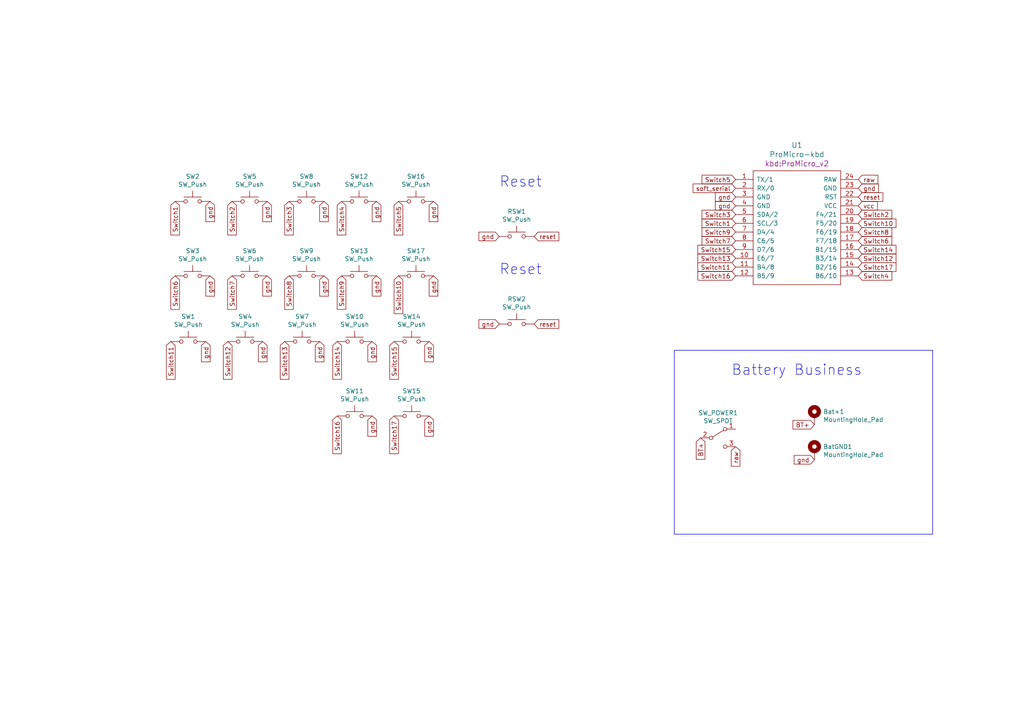
<source format=kicad_sch>
(kicad_sch (version 20230121) (generator eeschema)
  (paper "A4")
  (lib_symbols
    (symbol "Mechanical:MountingHole_Pad" (pin_numbers hide) (pin_names (offset 1.016) hide)
      (property "Reference" "H" (at 0 6.35 0))
      (property "Value" "MountingHole_Pad" (at 0 4.445 0))
      (symbol "MountingHole_Pad_0_1"
        (circle (center 0 1.27) (radius 1.27) (stroke (width 1.27)))
      )
      (symbol "MountingHole_Pad_1_1"
        (pin input line (at 0 -2.54 90) (length 2.54) (name "1") (number "1"))
      )
    )
    (symbol "Switch:SW_Push" (pin_numbers hide) (pin_names (offset 1.016) hide)
      (property "Reference" "SW" (at 1.27 2.54 0))
      (property "Value" "SW_Push" (at 0 -1.524 0))
      (symbol "SW_Push_0_1"
        (circle (center -2.032 0) (radius 0.508))
        (polyline (pts (xy 0 1.27) (xy 0 3.048)))
        (polyline (pts (xy 2.54 1.27) (xy -2.54 1.27)))
        (circle (center 2.032 0) (radius 0.508))
        (pin passive line (at -5.08 0 0) (length 2.54) (name "1") (number "1"))
        (pin passive line (at 5.08 0 180) (length 2.54) (name "2") (number "2"))
      )
    )
    (symbol "Switch:SW_SPDT" (pin_names (offset 0) hide)
      (property "Reference" "SW" (at 0 4.318 0))
      (property "Value" "SW_SPDT" (at 0 -5.08 0))
      (symbol "SW_SPDT_0_0"
        (circle (center -2.032 0) (radius 0.508))
        (circle (center 2.032 -2.54) (radius 0.508))
      )
      (symbol "SW_SPDT_0_1"
        (polyline (pts (xy -1.524 0.254) (xy 1.651 2.286)))
        (circle (center 2.032 2.54) (radius 0.508))
      )
      (symbol "SW_SPDT_1_1"
        (pin passive line (at 5.08 2.54 180) (length 2.54) (name "A") (number "1"))
        (pin passive line (at -5.08 0 0) (length 2.54) (name "B") (number "2"))
        (pin passive line (at 5.08 -2.54 180) (length 2.54) (name "C") (number "3"))
      )
    )
    (symbol "half-swept-rescue:ProMicro-kbd-bigblackpill-34key-rescue-sweepv2-rescue" (pin_names (offset 1.016))
      (property "Reference" "U1" (at 0 29.0322 0))
      (property "Value" "ProMicro-kbd" (at 0 26.3398 0))
      (property "Footprint" "kbd:ProMicro_v2" (at 0 23.6474 0))
      (symbol "ProMicro-kbd-bigblackpill-34key-rescue-sweepv2-rescue_0_1"
        (rectangle (start -12.7 21.59) (end 12.7 -11.43))
      )
      (symbol "ProMicro-kbd-bigblackpill-34key-rescue-sweepv2-rescue_1_1"
        (pin bidirectional line (at -17.78 19.05 0) (length 5.08) (name "TX/1") (number "1"))
        (pin bidirectional line (at -17.78 -3.81 0) (length 5.08) (name "E6/7") (number "10"))
        (pin bidirectional line (at -17.78 -6.35 0) (length 5.08) (name "B4/8") (number "11"))
        (pin bidirectional line (at -17.78 -8.89 0) (length 5.08) (name "B5/9") (number "12"))
        (pin bidirectional line (at 17.78 -8.89 180) (length 5.08) (name "B6/10") (number "13"))
        (pin bidirectional line (at 17.78 -6.35 180) (length 5.08) (name "B2/16") (number "14"))
        (pin bidirectional line (at 17.78 -3.81 180) (length 5.08) (name "B3/14") (number "15"))
        (pin bidirectional line (at 17.78 -1.27 180) (length 5.08) (name "B1/15") (number "16"))
        (pin bidirectional line (at 17.78 1.27 180) (length 5.08) (name "F7/18") (number "17"))
        (pin bidirectional line (at 17.78 3.81 180) (length 5.08) (name "F6/19") (number "18"))
        (pin bidirectional line (at 17.78 6.35 180) (length 5.08) (name "F5/20") (number "19"))
        (pin bidirectional line (at -17.78 16.51 0) (length 5.08) (name "RX/0") (number "2"))
        (pin bidirectional line (at 17.78 8.89 180) (length 5.08) (name "F4/21") (number "20"))
        (pin power_in line (at 17.78 11.43 180) (length 5.08) (name "VCC") (number "21"))
        (pin input line (at 17.78 13.97 180) (length 5.08) (name "RST") (number "22"))
        (pin power_in line (at 17.78 16.51 180) (length 5.08) (name "GND") (number "23"))
        (pin power_out line (at 17.78 19.05 180) (length 5.08) (name "RAW") (number "24"))
        (pin power_in line (at -17.78 13.97 0) (length 5.08) (name "GND") (number "3"))
        (pin power_in line (at -17.78 11.43 0) (length 5.08) (name "GND") (number "4"))
        (pin bidirectional line (at -17.78 8.89 0) (length 5.08) (name "SDA/2") (number "5"))
        (pin bidirectional line (at -17.78 6.35 0) (length 5.08) (name "SCL/3") (number "6"))
        (pin bidirectional line (at -17.78 3.81 0) (length 5.08) (name "D4/4") (number "7"))
        (pin bidirectional line (at -17.78 1.27 0) (length 5.08) (name "C6/5") (number "8"))
        (pin bidirectional line (at -17.78 -1.27 0) (length 5.08) (name "D7/6") (number "9"))
      )
    )
  )
  (polyline (pts (xy 270.51 101.6) (xy 270.51 154.94)))
  (polyline (pts (xy 270.51 154.94) (xy 195.58 154.94)))
  (polyline (pts (xy 195.58 154.94) (xy 195.58 101.6)))
  (polyline (pts (xy 195.58 101.6) (xy 270.51 101.6)))
  (text "Reset" (at 144.78 54.61 0) (effects (font (size 2.9972 2.9972)) (justify left bottom)))
  (text "Reset" (at 144.78 80.01 0) (effects (font (size 2.9972 2.9972)) (justify left bottom)))
  (text "Battery Business" (at 212.09 109.22 0) (effects (font (size 2.9972 2.9972)) (justify left bottom)))
  (global_label "reset" (shape input) (at 248.92 57.15 0) (property "Intersheetrefs" "${INTERSHEET_REFS}" (effects hide)))
  (global_label "Switch13" (shape input) (at 213.36 74.93 180) (property "Intersheetrefs" "${INTERSHEET_REFS}" (effects hide)))
  (global_label "gnd" (shape input) (at 92.71 99.06 270) (property "Intersheetrefs" "${INTERSHEET_REFS}" (effects hide)))
  (global_label "gnd" (shape input) (at 60.96 58.42 270) (property "Intersheetrefs" "${INTERSHEET_REFS}" (effects hide)))
  (global_label "gnd" (shape input) (at 109.22 80.01 270) (property "Intersheetrefs" "${INTERSHEET_REFS}" (effects hide)))
  (global_label "Switch9" (shape input) (at 99.06 80.01 270) (property "Intersheetrefs" "${INTERSHEET_REFS}" (effects hide)))
  (global_label "Switch17" (shape input) (at 248.92 77.47 0) (property "Intersheetrefs" "${INTERSHEET_REFS}" (effects hide)))
  (global_label "Switch15" (shape input) (at 213.36 72.39 180) (property "Intersheetrefs" "${INTERSHEET_REFS}" (effects hide)))
  (global_label "gnd" (shape input) (at 107.95 99.06 270) (property "Intersheetrefs" "${INTERSHEET_REFS}" (effects hide)))
  (global_label "Switch7" (shape input) (at 213.36 69.85 180) (property "Intersheetrefs" "${INTERSHEET_REFS}" (effects hide)))
  (global_label "Switch14" (shape input) (at 97.79 99.06 270) (property "Intersheetrefs" "${INTERSHEET_REFS}" (effects hide)))
  (global_label "Switch5" (shape input) (at 213.36 52.07 180) (property "Intersheetrefs" "${INTERSHEET_REFS}" (effects hide)))
  (global_label "gnd" (shape input) (at 213.36 59.69 180) (property "Intersheetrefs" "${INTERSHEET_REFS}" (effects hide)))
  (global_label "gnd" (shape input) (at 144.78 68.58 180) (property "Intersheetrefs" "${INTERSHEET_REFS}" (effects hide)))
  (global_label "Switch16" (shape input) (at 213.36 80.01 180) (property "Intersheetrefs" "${INTERSHEET_REFS}" (effects hide)))
  (global_label "Switch2" (shape input) (at 67.31 58.42 270) (property "Intersheetrefs" "${INTERSHEET_REFS}" (effects hide)))
  (global_label "Switch12" (shape input) (at 248.92 74.93 0) (property "Intersheetrefs" "${INTERSHEET_REFS}" (effects hide)))
  (global_label "Switch10" (shape input) (at 115.57 80.01 270) (property "Intersheetrefs" "${INTERSHEET_REFS}" (effects hide)))
  (global_label "gnd" (shape input) (at 124.46 99.06 270) (property "Intersheetrefs" "${INTERSHEET_REFS}" (effects hide)))
  (global_label "Switch10" (shape input) (at 248.92 64.77 0) (property "Intersheetrefs" "${INTERSHEET_REFS}" (effects hide)))
  (global_label "Switch1" (shape input) (at 50.8 58.42 270) (property "Intersheetrefs" "${INTERSHEET_REFS}" (effects hide)))
  (global_label "Switch12" (shape input) (at 66.04 99.06 270) (property "Intersheetrefs" "${INTERSHEET_REFS}" (effects hide)))
  (global_label "Switch9" (shape input) (at 213.36 67.31 180) (property "Intersheetrefs" "${INTERSHEET_REFS}" (effects hide)))
  (global_label "gnd" (shape input) (at 77.47 80.01 270) (property "Intersheetrefs" "${INTERSHEET_REFS}" (effects hide)))
  (global_label "Switch13" (shape input) (at 82.55 99.06 270) (property "Intersheetrefs" "${INTERSHEET_REFS}" (effects hide)))
  (global_label "gnd" (shape input) (at 109.22 58.42 270) (property "Intersheetrefs" "${INTERSHEET_REFS}" (effects hide)))
  (global_label "Switch17" (shape input) (at 114.3 120.65 270) (property "Intersheetrefs" "${INTERSHEET_REFS}" (effects hide)))
  (global_label "vcc" (shape input) (at 248.92 59.69 0) (property "Intersheetrefs" "${INTERSHEET_REFS}" (effects hide)))
  (global_label "BT+" (shape input) (at 203.2 127 270) (property "Intersheetrefs" "${INTERSHEET_REFS}" (effects hide)))
  (global_label "gnd" (shape input) (at 77.47 58.42 270) (property "Intersheetrefs" "${INTERSHEET_REFS}" (effects hide)))
  (global_label "Switch5" (shape input) (at 115.57 58.42 270) (property "Intersheetrefs" "${INTERSHEET_REFS}" (effects hide)))
  (global_label "Switch3" (shape input) (at 213.36 62.23 180) (property "Intersheetrefs" "${INTERSHEET_REFS}" (effects hide)))
  (global_label "Switch7" (shape input) (at 67.31 80.01 270) (property "Intersheetrefs" "${INTERSHEET_REFS}" (effects hide)))
  (global_label "BT+" (shape input) (at 236.22 123.19 180) (property "Intersheetrefs" "${INTERSHEET_REFS}" (effects hide)))
  (global_label "Switch15" (shape input) (at 114.3 99.06 270) (property "Intersheetrefs" "${INTERSHEET_REFS}" (effects hide)))
  (global_label "gnd" (shape input) (at 248.92 54.61 0) (property "Intersheetrefs" "${INTERSHEET_REFS}" (effects hide)))
  (global_label "Switch6" (shape input) (at 50.8 80.01 270) (property "Intersheetrefs" "${INTERSHEET_REFS}" (effects hide)))
  (global_label "Switch4" (shape input) (at 248.92 80.01 0) (property "Intersheetrefs" "${INTERSHEET_REFS}" (effects hide)))
  (global_label "Switch3" (shape input) (at 83.82 58.42 270) (property "Intersheetrefs" "${INTERSHEET_REFS}" (effects hide)))
  (global_label "gnd" (shape input) (at 236.22 133.35 180) (property "Intersheetrefs" "${INTERSHEET_REFS}" (effects hide)))
  (global_label "gnd" (shape input) (at 60.96 80.01 270) (property "Intersheetrefs" "${INTERSHEET_REFS}" (effects hide)))
  (global_label "gnd" (shape input) (at 107.95 120.65 270) (property "Intersheetrefs" "${INTERSHEET_REFS}" (effects hide)))
  (global_label "gnd" (shape input) (at 144.78 93.98 180) (property "Intersheetrefs" "${INTERSHEET_REFS}" (effects hide)))
  (global_label "raw" (shape input) (at 213.36 129.54 270) (property "Intersheetrefs" "${INTERSHEET_REFS}" (effects hide)))
  (global_label "gnd" (shape input) (at 59.69 99.06 270) (property "Intersheetrefs" "${INTERSHEET_REFS}" (effects hide)))
  (global_label "Switch16" (shape input) (at 97.79 120.65 270) (property "Intersheetrefs" "${INTERSHEET_REFS}" (effects hide)))
  (global_label "gnd" (shape input) (at 93.98 80.01 270) (property "Intersheetrefs" "${INTERSHEET_REFS}" (effects hide)))
  (global_label "Switch6" (shape input) (at 248.92 69.85 0) (property "Intersheetrefs" "${INTERSHEET_REFS}" (effects hide)))
  (global_label "reset" (shape input) (at 154.94 68.58 0) (property "Intersheetrefs" "${INTERSHEET_REFS}" (effects hide)))
  (global_label "gnd" (shape input) (at 125.73 58.42 270) (property "Intersheetrefs" "${INTERSHEET_REFS}" (effects hide)))
  (global_label "Switch2" (shape input) (at 248.92 62.23 0) (property "Intersheetrefs" "${INTERSHEET_REFS}" (effects hide)))
  (global_label "Switch1" (shape input) (at 213.36 64.77 180) (property "Intersheetrefs" "${INTERSHEET_REFS}" (effects hide)))
  (global_label "gnd" (shape input) (at 124.46 120.65 270) (property "Intersheetrefs" "${INTERSHEET_REFS}" (effects hide)))
  (global_label "Switch14" (shape input) (at 248.92 72.39 0) (property "Intersheetrefs" "${INTERSHEET_REFS}" (effects hide)))
  (global_label "Switch11" (shape input) (at 213.36 77.47 180) (property "Intersheetrefs" "${INTERSHEET_REFS}" (effects hide)))
  (global_label "reset" (shape input) (at 154.94 93.98 0) (property "Intersheetrefs" "${INTERSHEET_REFS}" (effects hide)))
  (global_label "Switch8" (shape input) (at 248.92 67.31 0) (property "Intersheetrefs" "${INTERSHEET_REFS}" (effects hide)))
  (global_label "gnd" (shape input) (at 93.98 58.42 270) (property "Intersheetrefs" "${INTERSHEET_REFS}" (effects hide)))
  (global_label "raw" (shape input) (at 248.92 52.07 0) (property "Intersheetrefs" "${INTERSHEET_REFS}" (effects hide)))
  (global_label "gnd" (shape input) (at 125.73 80.01 270) (property "Intersheetrefs" "${INTERSHEET_REFS}" (effects hide)))
  (global_label "gnd" (shape input) (at 213.36 57.15 180) (property "Intersheetrefs" "${INTERSHEET_REFS}" (effects hide)))
  (global_label "soft_serial" (shape input) (at 213.36 54.61 180) (property "Intersheetrefs" "${INTERSHEET_REFS}" (effects hide)))
  (global_label "Switch8" (shape input) (at 83.82 80.01 270) (property "Intersheetrefs" "${INTERSHEET_REFS}" (effects hide)))
  (global_label "Switch11" (shape input) (at 49.53 99.06 270) (property "Intersheetrefs" "${INTERSHEET_REFS}" (effects hide)))
  (global_label "gnd" (shape input) (at 76.2 99.06 270) (property "Intersheetrefs" "${INTERSHEET_REFS}" (effects hide)))
  (global_label "Switch4" (shape input) (at 99.06 58.42 270) (property "Intersheetrefs" "${INTERSHEET_REFS}" (effects hide)))
  (symbol (lib_id "Mechanical:MountingHole_Pad") (at 236.22 120.65 0) (unit 1)
    (property "Reference" "Bat+1" (at 238.76 119.4054 0) (effects (justify left)))
    (property "Value" "MountingHole_Pad" (at 238.76 121.7168 0) (effects (justify left)))
    (property "Footprint" "kbd:1pin_conn" (effects hide))
  )
  (symbol (lib_id "Switch:SW_Push") (at 102.87 99.06 0) (unit 1)
    (property "Reference" "SW10" (at 102.87 91.821 0))
    (property "Value" "SW_Push" (at 102.87 94.1324 0))
    (property "Footprint" "Kailh:SW_PG1350_rev_DPB" (effects hide))
  )
  (symbol (lib_id "Switch:SW_Push") (at 88.9 80.01 0) (unit 1)
    (property "Reference" "SW9" (at 88.9 72.771 0))
    (property "Value" "SW_Push" (at 88.9 75.0824 0))
    (property "Footprint" "Kailh:SW_PG1350_rev_DPB" (effects hide))
  )
  (symbol (lib_id "Switch:SW_Push") (at 119.38 120.65 0) (unit 1)
    (property "Reference" "SW15" (at 119.38 113.411 0))
    (property "Value" "SW_Push" (at 119.38 115.7224 0))
    (property "Footprint" "Kailh:SW_PG1350_rev_DPB" (effects hide))
  )
  (symbol (lib_id "Switch:SW_Push") (at 104.14 80.01 0) (unit 1)
    (property "Reference" "SW13" (at 104.14 72.771 0))
    (property "Value" "SW_Push" (at 104.14 75.0824 0))
    (property "Footprint" "Kailh:SW_PG1350_rev_DPB" (effects hide))
  )
  (symbol (lib_id "Switch:SW_Push") (at 71.12 99.06 0) (unit 1)
    (property "Reference" "SW4" (at 71.12 91.821 0))
    (property "Value" "SW_Push" (at 71.12 94.1324 0))
    (property "Footprint" "Kailh:SW_PG1350_rev_DPB" (effects hide))
  )
  (symbol (lib_id "Switch:SW_SPDT") (at 208.28 127 0) (unit 1)
    (property "Reference" "SW_POWER1" (at 208.28 119.761 0))
    (property "Value" "SW_SPDT" (at 208.28 122.0724 0))
    (property "Footprint" "Kailh:SPDT_C128955" (effects hide))
  )
  (symbol (lib_id "half-swept-rescue:ProMicro-kbd-bigblackpill-34key-rescue-sweepv2-rescue") (at 231.14 71.12 0) (unit 1)
    (property "Reference" "U1" (at 231.14 42.0878 0) (effects (font (size 1.524 1.524))))
    (property "Value" "ProMicro-kbd" (at 231.14 44.7802 0) (effects (font (size 1.524 1.524))))
    (property "Footprint" "kbd:ProMicro_v2" (at 231.14 47.4726 0) (effects (font (size 1.524 1.524))))
  )
  (symbol (lib_id "Switch:SW_Push") (at 72.39 80.01 0) (unit 1)
    (property "Reference" "SW6" (at 72.39 72.771 0))
    (property "Value" "SW_Push" (at 72.39 75.0824 0))
    (property "Footprint" "Kailh:SW_PG1350_rev_DPB" (effects hide))
  )
  (symbol (lib_id "Switch:SW_Push") (at 72.39 58.42 0) (unit 1)
    (property "Reference" "SW5" (at 72.39 51.181 0))
    (property "Value" "SW_Push" (at 72.39 53.4924 0))
    (property "Footprint" "Kailh:SW_PG1350_rev_DPB" (effects hide))
  )
  (symbol (lib_id "Switch:SW_Push") (at 54.61 99.06 0) (unit 1)
    (property "Reference" "SW1" (at 54.61 91.821 0))
    (property "Value" "SW_Push" (at 54.61 94.1324 0))
    (property "Footprint" "Kailh:SW_PG1350_rev_DPB" (effects hide))
  )
  (symbol (lib_id "Switch:SW_Push") (at 87.63 99.06 0) (unit 1)
    (property "Reference" "SW7" (at 87.63 91.821 0))
    (property "Value" "SW_Push" (at 87.63 94.1324 0))
    (property "Footprint" "Kailh:SW_PG1350_rev_DPB" (effects hide))
  )
  (symbol (lib_id "Switch:SW_Push") (at 120.65 80.01 0) (unit 1)
    (property "Reference" "SW17" (at 120.65 72.771 0))
    (property "Value" "SW_Push" (at 120.65 75.0824 0))
    (property "Footprint" "Kailh:SW_PG1350_rev_DPB" (effects hide))
  )
  (symbol (lib_id "Switch:SW_Push") (at 55.88 58.42 0) (unit 1)
    (property "Reference" "SW2" (at 55.88 51.181 0))
    (property "Value" "SW_Push" (at 55.88 53.4924 0))
    (property "Footprint" "Kailh:SW_PG1350_rev_DPB" (effects hide))
  )
  (symbol (lib_id "Switch:SW_Push") (at 88.9 58.42 0) (unit 1)
    (property "Reference" "SW8" (at 88.9 51.181 0))
    (property "Value" "SW_Push" (at 88.9 53.4924 0))
    (property "Footprint" "Kailh:SW_PG1350_rev_DPB" (effects hide))
  )
  (symbol (lib_id "Switch:SW_Push") (at 149.86 93.98 0) (unit 1)
    (property "Reference" "RSW2" (at 149.86 86.741 0))
    (property "Value" "SW_Push" (at 149.86 89.0524 0))
    (property "Footprint" "Button_Switch_SMD:SW_Push_SPST_NO_Alps_SKRK" (effects hide))
  )
  (symbol (lib_id "Switch:SW_Push") (at 102.87 120.65 0) (unit 1)
    (property "Reference" "SW11" (at 102.87 113.411 0))
    (property "Value" "SW_Push" (at 102.87 115.7224 0))
    (property "Footprint" "Kailh:SW_PG1350_rev_DPB" (effects hide))
  )
  (symbol (lib_id "Switch:SW_Push") (at 55.88 80.01 0) (unit 1)
    (property "Reference" "SW3" (at 55.88 72.771 0))
    (property "Value" "SW_Push" (at 55.88 75.0824 0))
    (property "Footprint" "Kailh:SW_PG1350_rev_DPB" (effects hide))
  )
  (symbol (lib_id "Switch:SW_Push") (at 120.65 58.42 0) (unit 1)
    (property "Reference" "SW16" (at 120.65 51.181 0))
    (property "Value" "SW_Push" (at 120.65 53.4924 0))
    (property "Footprint" "Kailh:SW_PG1350_rev_DPB" (effects hide))
  )
  (symbol (lib_id "Mechanical:MountingHole_Pad") (at 236.22 130.81 0) (unit 1)
    (property "Reference" "BatGND1" (at 238.76 129.5654 0) (effects (justify left)))
    (property "Value" "MountingHole_Pad" (at 238.76 131.8768 0) (effects (justify left)))
    (property "Footprint" "kbd:1pin_conn" (effects hide))
  )
  (symbol (lib_id "Switch:SW_Push") (at 119.38 99.06 0) (unit 1)
    (property "Reference" "SW14" (at 119.38 91.821 0))
    (property "Value" "SW_Push" (at 119.38 94.1324 0))
    (property "Footprint" "Kailh:SW_PG1350_rev_DPB" (effects hide))
  )
  (symbol (lib_id "Switch:SW_Push") (at 104.14 58.42 0) (unit 1)
    (property "Reference" "SW12" (at 104.14 51.181 0))
    (property "Value" "SW_Push" (at 104.14 53.4924 0))
    (property "Footprint" "Kailh:SW_PG1350_rev_DPB" (effects hide))
  )
  (symbol (lib_id "Switch:SW_Push") (at 149.86 68.58 0) (unit 1)
    (property "Reference" "RSW1" (at 149.86 61.341 0))
    (property "Value" "SW_Push" (at 149.86 63.6524 0))
    (property "Footprint" "Button_Switch_SMD:SW_Push_SPST_NO_Alps_SKRK" (effects hide))
  )
)
</source>
